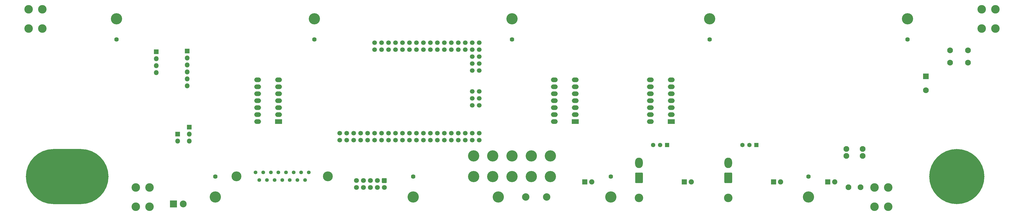
<source format=gbr>
%TF.GenerationSoftware,KiCad,Pcbnew,(5.1.6)-1*%
%TF.CreationDate,2021-09-29T15:37:12-07:00*%
%TF.ProjectId,NiCd Battery Shield - VP400KH,4e694364-2042-4617-9474-657279205368,1*%
%TF.SameCoordinates,Original*%
%TF.FileFunction,Soldermask,Bot*%
%TF.FilePolarity,Negative*%
%FSLAX46Y46*%
G04 Gerber Fmt 4.6, Leading zero omitted, Abs format (unit mm)*
G04 Created by KiCad (PCBNEW (5.1.6)-1) date 2021-09-29 15:37:12*
%MOMM*%
%LPD*%
G01*
G04 APERTURE LIST*
%ADD10C,2.100000*%
%ADD11C,20.100000*%
%ADD12C,0.600000*%
%ADD13O,30.100000X20.100000*%
%ADD14C,1.350000*%
%ADD15C,3.600000*%
%ADD16R,2.100000X2.100000*%
%ADD17C,1.624000*%
%ADD18C,4.100000*%
%ADD19C,2.700000*%
%ADD20C,1.900000*%
%ADD21R,1.900000X1.900000*%
%ADD22C,3.100000*%
%ADD23O,2.800000X3.800000*%
%ADD24O,2.500000X1.700000*%
%ADD25R,2.500000X1.700000*%
%ADD26C,1.700000*%
%ADD27R,1.600000X1.600000*%
%ADD28C,1.600000*%
%ADD29O,1.800000X1.800000*%
%ADD30R,1.800000X1.800000*%
%ADD31C,1.800000*%
%ADD32R,2.500000X2.500000*%
%ADD33C,2.500000*%
G04 APERTURE END LIST*
D10*
%TO.C,SW1*%
X341800000Y-175000000D03*
X347700000Y-175000000D03*
X341800000Y-177500000D03*
X347700000Y-177500000D03*
X346950000Y-188900000D03*
X342550000Y-188900000D03*
%TD*%
D11*
%TO.C,J1*%
X382000000Y-185000000D03*
D12*
X382000000Y-178650000D03*
X379828172Y-179032952D03*
X377918299Y-180135618D03*
X376500739Y-181825000D03*
X375746471Y-183897334D03*
X375746471Y-186102666D03*
X376500739Y-188175000D03*
X377918299Y-189864382D03*
X379828172Y-190967048D03*
X382000000Y-191350000D03*
X384171828Y-190967048D03*
X386081701Y-189864382D03*
X387499261Y-188175000D03*
X388253529Y-186102666D03*
X388253529Y-183897334D03*
X387499261Y-181825000D03*
X386081701Y-180135618D03*
X384171828Y-179032952D03*
X382000000Y-177380000D03*
X379393807Y-177839542D03*
X377101958Y-179162741D03*
X375400886Y-181190000D03*
X374495765Y-183676801D03*
X374495765Y-186323199D03*
X375400886Y-188810000D03*
X377101958Y-190837259D03*
X379393807Y-192160458D03*
X382000000Y-192620000D03*
X384606193Y-192160458D03*
X386898042Y-190837259D03*
X388599114Y-188810000D03*
X389504235Y-186323199D03*
X389504235Y-183676801D03*
X388599114Y-181190000D03*
X386898042Y-179162741D03*
X384606193Y-177839542D03*
X382000000Y-176110000D03*
X378959441Y-176646133D03*
X376285618Y-178189865D03*
X374301034Y-180555000D03*
X373245059Y-183456268D03*
X373245059Y-186543732D03*
X374301034Y-189445000D03*
X376285618Y-191810135D03*
X378959441Y-193353867D03*
X382000000Y-193890000D03*
X385040559Y-193353867D03*
X387714382Y-191810135D03*
X389698966Y-189445000D03*
X390754941Y-186543732D03*
X390754941Y-183456268D03*
X389698966Y-180555000D03*
X387714382Y-178189865D03*
X385040559Y-176646133D03*
%TD*%
%TO.C,J12*%
X58000000Y-193650000D03*
X58000000Y-191110000D03*
X60500000Y-192380000D03*
X60500000Y-191110000D03*
X60500000Y-193650000D03*
X58000000Y-192380000D03*
X55500000Y-193650000D03*
X55500000Y-191110000D03*
X55500000Y-192380000D03*
X58000000Y-178400000D03*
X58000000Y-177130000D03*
X58000000Y-175860000D03*
X60500000Y-178400000D03*
X60500000Y-175860000D03*
X60500000Y-177130000D03*
X55500000Y-178400000D03*
X55500000Y-177130000D03*
X55500000Y-175860000D03*
X68714382Y-191560135D03*
X63000000Y-191100000D03*
X63000000Y-178400000D03*
X65606193Y-177589542D03*
X63000000Y-192370000D03*
X69599114Y-188560000D03*
X66040559Y-176396133D03*
X68714382Y-177939865D03*
X70698966Y-180305000D03*
X63000000Y-177130000D03*
X63000000Y-193640000D03*
X70504235Y-183426801D03*
X68499261Y-187925000D03*
X65171828Y-178782952D03*
X71754941Y-183206268D03*
X70698966Y-189195000D03*
X66040559Y-193103867D03*
X63000000Y-175860000D03*
X67898042Y-178912741D03*
X69599114Y-180940000D03*
X70504235Y-186073199D03*
X67081701Y-189614382D03*
X68499261Y-181575000D03*
X67081701Y-179885618D03*
X65606193Y-191910458D03*
X65171828Y-190717048D03*
X67898042Y-190587259D03*
X69253529Y-183647334D03*
X71754941Y-186293732D03*
X69253529Y-185852666D03*
X47285618Y-191560135D03*
X44245059Y-186293732D03*
X46400886Y-188560000D03*
X53000000Y-191100000D03*
X46746471Y-183647334D03*
X53000000Y-178400000D03*
X46400886Y-180940000D03*
X48918299Y-189614382D03*
X53000000Y-192370000D03*
X53000000Y-177130000D03*
X53000000Y-193640000D03*
X50828172Y-178782952D03*
X50393807Y-177589542D03*
X50828172Y-190717048D03*
X49959441Y-193103867D03*
X45301034Y-189195000D03*
X45301034Y-180305000D03*
X45495765Y-183426801D03*
X47500739Y-181575000D03*
X47285618Y-177939865D03*
X47500739Y-187925000D03*
X49959441Y-176396133D03*
X53000000Y-175860000D03*
X48101958Y-178912741D03*
X50393807Y-191910458D03*
X48101958Y-190587259D03*
X46746471Y-185852666D03*
X48918299Y-179885618D03*
X44245059Y-183206268D03*
X45495765Y-186073199D03*
D13*
X58000000Y-185000000D03*
%TD*%
D14*
%TO.C,J6*%
X144635000Y-186340000D03*
X141865000Y-186340000D03*
X139095000Y-186340000D03*
X136325000Y-186340000D03*
X133555000Y-186340000D03*
X130785000Y-186340000D03*
X128015000Y-186340000D03*
X146020000Y-183500000D03*
X143250000Y-183500000D03*
X140480000Y-183500000D03*
X137710000Y-183500000D03*
X134940000Y-183500000D03*
X132170000Y-183500000D03*
X129400000Y-183500000D03*
X126630000Y-183500000D03*
D15*
X152975000Y-184920000D03*
X119675000Y-184920000D03*
%TD*%
D10*
%TO.C,C4*%
X370750000Y-153500000D03*
D16*
X370750000Y-148500000D03*
%TD*%
D17*
%TO.C,J7*%
X220000000Y-135000000D03*
%TD*%
D18*
%TO.C,TP19*%
X76000000Y-127500000D03*
%TD*%
%TO.C,TP17*%
X112000000Y-192500000D03*
%TD*%
%TO.C,TP14*%
X148000000Y-127500000D03*
%TD*%
%TO.C,TP12*%
X184000000Y-192500000D03*
%TD*%
%TO.C,TP10*%
X220000000Y-127500000D03*
%TD*%
%TO.C,TP8*%
X256000000Y-192500000D03*
%TD*%
%TO.C,TP6*%
X292000000Y-127500000D03*
%TD*%
%TO.C,TP4*%
X328000000Y-192500000D03*
%TD*%
%TO.C,TP2*%
X364000000Y-127500000D03*
%TD*%
D19*
%TO.C,TP15*%
X232620000Y-192500000D03*
X225000000Y-192500000D03*
%TD*%
D17*
%TO.C,J11*%
X76000000Y-135000000D03*
%TD*%
%TO.C,J10*%
X112000000Y-185000000D03*
%TD*%
%TO.C,J9*%
X148000000Y-135000000D03*
%TD*%
%TO.C,J8*%
X184000000Y-185000000D03*
%TD*%
%TO.C,J5*%
X256000000Y-185000000D03*
%TD*%
%TO.C,J4*%
X292000000Y-135000000D03*
%TD*%
%TO.C,J3*%
X328000000Y-185000000D03*
%TD*%
%TO.C,J2*%
X364000000Y-135000000D03*
%TD*%
D20*
%TO.C,D5*%
X337540000Y-187000000D03*
D21*
X335000000Y-187000000D03*
%TD*%
D20*
%TO.C,D3*%
X249040000Y-187000000D03*
D21*
X246500000Y-187000000D03*
%TD*%
D20*
%TO.C,D4*%
X317790000Y-187000000D03*
D21*
X315250000Y-187000000D03*
%TD*%
D22*
%TO.C,J13*%
X298750000Y-192800000D03*
D23*
X298750000Y-180000000D03*
G36*
G01*
X300150000Y-183859260D02*
X300150000Y-187140740D01*
G75*
G02*
X299890740Y-187400000I-259260J0D01*
G01*
X297609260Y-187400000D01*
G75*
G02*
X297350000Y-187140740I0J259260D01*
G01*
X297350000Y-183859260D01*
G75*
G02*
X297609260Y-183600000I259260J0D01*
G01*
X299890740Y-183600000D01*
G75*
G02*
X300150000Y-183859260I0J-259260D01*
G01*
G37*
%TD*%
D24*
%TO.C,U1*%
X270380000Y-165000000D03*
X278000000Y-149760000D03*
X270380000Y-162460000D03*
X278000000Y-152300000D03*
X270380000Y-159920000D03*
X278000000Y-154840000D03*
X270380000Y-157380000D03*
X278000000Y-157380000D03*
X270380000Y-154840000D03*
X278000000Y-159920000D03*
X270380000Y-152300000D03*
X278000000Y-162460000D03*
X270380000Y-149760000D03*
D25*
X278000000Y-165000000D03*
%TD*%
D24*
%TO.C,U2*%
X235380000Y-165000000D03*
X243000000Y-149760000D03*
X235380000Y-162460000D03*
X243000000Y-152300000D03*
X235380000Y-159920000D03*
X243000000Y-154840000D03*
X235380000Y-157380000D03*
X243000000Y-157380000D03*
X235380000Y-154840000D03*
X243000000Y-159920000D03*
X235380000Y-152300000D03*
X243000000Y-162460000D03*
X235380000Y-149760000D03*
D25*
X243000000Y-165000000D03*
%TD*%
D24*
%TO.C,U3*%
X127380000Y-165000000D03*
X135000000Y-149760000D03*
X127380000Y-162460000D03*
X135000000Y-152300000D03*
X127380000Y-159920000D03*
X135000000Y-154840000D03*
X127380000Y-157380000D03*
X135000000Y-157380000D03*
X127380000Y-154840000D03*
X135000000Y-159920000D03*
X127380000Y-152300000D03*
X135000000Y-162460000D03*
X127380000Y-149760000D03*
D25*
X135000000Y-165000000D03*
%TD*%
D26*
%TO.C,U4*%
X208100000Y-138760000D03*
X208100000Y-136220000D03*
X205560000Y-138760000D03*
X205560000Y-136220000D03*
X203020000Y-138760000D03*
X203020000Y-136220000D03*
X200480000Y-138760000D03*
X200480000Y-136220000D03*
X197940000Y-138760000D03*
X197940000Y-136220000D03*
X195400000Y-138760000D03*
X195400000Y-136220000D03*
X192860000Y-138760000D03*
X192860000Y-136220000D03*
X190320000Y-138760000D03*
X190320000Y-136220000D03*
X187780000Y-138760000D03*
X187780000Y-136220000D03*
X185240000Y-138760000D03*
X185240000Y-136220000D03*
X182700000Y-138760000D03*
X182700000Y-136220000D03*
X180160000Y-138760000D03*
X180160000Y-136220000D03*
X177620000Y-138760000D03*
X177620000Y-136220000D03*
X175080000Y-138760000D03*
X175080000Y-136220000D03*
X172540000Y-138760000D03*
X172540000Y-136220000D03*
X170000000Y-138760000D03*
X208100000Y-171780000D03*
X208100000Y-169240000D03*
X205560000Y-171780000D03*
X205560000Y-169240000D03*
X203020000Y-171780000D03*
X203020000Y-169240000D03*
X200480000Y-171780000D03*
X200480000Y-169240000D03*
X197940000Y-171780000D03*
X197940000Y-169240000D03*
X195400000Y-171780000D03*
X195400000Y-169240000D03*
X192860000Y-171780000D03*
X192860000Y-169240000D03*
X190320000Y-171780000D03*
X190320000Y-169240000D03*
X187780000Y-171780000D03*
X187780000Y-169240000D03*
X185240000Y-171780000D03*
X185240000Y-169240000D03*
X182700000Y-171780000D03*
X182700000Y-169240000D03*
X180160000Y-171780000D03*
X180160000Y-169240000D03*
X177620000Y-171780000D03*
X177620000Y-169240000D03*
X175080000Y-171780000D03*
X175080000Y-169240000D03*
X172540000Y-171780000D03*
X172540000Y-169240000D03*
X170000000Y-171780000D03*
X170000000Y-169240000D03*
X167460000Y-171780000D03*
X167460000Y-169240000D03*
X164920000Y-171780000D03*
X164920000Y-169240000D03*
X162380000Y-171780000D03*
X162380000Y-169240000D03*
X159840000Y-171780000D03*
X159840000Y-169240000D03*
X157300000Y-171780000D03*
X208040000Y-159080000D03*
X208040000Y-156540000D03*
X208040000Y-154000000D03*
X205500000Y-159080000D03*
X205500000Y-156540000D03*
X205500000Y-154000000D03*
X208100000Y-146380000D03*
X208100000Y-143840000D03*
X208100000Y-141300000D03*
X205560000Y-146380000D03*
X205560000Y-143840000D03*
X205560000Y-141300000D03*
X170000000Y-136220000D03*
X157300000Y-169240000D03*
%TD*%
D27*
%TO.C,Q2*%
X309000000Y-173500000D03*
D28*
X303920000Y-173500000D03*
X306460000Y-173500000D03*
%TD*%
D18*
%TO.C,TP1*%
X206000000Y-185000000D03*
%TD*%
%TO.C,TP3*%
X206000000Y-177500000D03*
%TD*%
%TO.C,TP5*%
X213000000Y-185000000D03*
%TD*%
%TO.C,TP7*%
X213000000Y-177500000D03*
%TD*%
%TO.C,TP9*%
X220000000Y-185000000D03*
%TD*%
%TO.C,TP11*%
X220000000Y-177500000D03*
%TD*%
%TO.C,TP13*%
X227000000Y-185000000D03*
%TD*%
%TO.C,TP16*%
X227000000Y-177500000D03*
%TD*%
%TO.C,TP18*%
X234000000Y-185000000D03*
%TD*%
%TO.C,TP20*%
X234000000Y-177500000D03*
%TD*%
%TO.C,TP21*%
X215000000Y-192500000D03*
%TD*%
D22*
%TO.C,H1*%
X49000000Y-131000000D03*
X44000000Y-131000000D03*
X49000000Y-124000000D03*
X44000000Y-124000000D03*
%TD*%
%TO.C,H2*%
X88000000Y-196000000D03*
X83000000Y-196000000D03*
X88000000Y-189000000D03*
X83000000Y-189000000D03*
%TD*%
%TO.C,H3*%
X396000000Y-131000000D03*
X391000000Y-131000000D03*
X396000000Y-124000000D03*
X391000000Y-124000000D03*
%TD*%
%TO.C,H4*%
X357000000Y-196000000D03*
X352000000Y-196000000D03*
X357000000Y-189000000D03*
X352000000Y-189000000D03*
%TD*%
D10*
%TO.C,SW2*%
X386000000Y-139000000D03*
X386000000Y-143500000D03*
X379500000Y-139000000D03*
X379500000Y-143500000D03*
%TD*%
D21*
%TO.C,D17*%
X282750000Y-187000000D03*
D20*
X285290000Y-187000000D03*
%TD*%
D29*
%TO.C,J14*%
X90500000Y-147120000D03*
X90500000Y-144580000D03*
X90500000Y-142040000D03*
D30*
X90500000Y-139500000D03*
%TD*%
%TO.C,J15*%
X101750000Y-139250000D03*
D29*
X101750000Y-141790000D03*
X101750000Y-144330000D03*
X101750000Y-146870000D03*
X101750000Y-149410000D03*
X101750000Y-151950000D03*
%TD*%
%TO.C,J16*%
G36*
G01*
X267650000Y-183859260D02*
X267650000Y-187140740D01*
G75*
G02*
X267390740Y-187400000I-259260J0D01*
G01*
X265109260Y-187400000D01*
G75*
G02*
X264850000Y-187140740I0J259260D01*
G01*
X264850000Y-183859260D01*
G75*
G02*
X265109260Y-183600000I259260J0D01*
G01*
X267390740Y-183600000D01*
G75*
G02*
X267650000Y-183859260I0J-259260D01*
G01*
G37*
D23*
X266250000Y-180000000D03*
D22*
X266250000Y-192800000D03*
%TD*%
D28*
%TO.C,Q4*%
X273960000Y-173500000D03*
X271420000Y-173500000D03*
D27*
X276500000Y-173500000D03*
%TD*%
%TO.C,J17*%
G36*
G01*
X172864706Y-185600000D02*
X174135294Y-185600000D01*
G75*
G02*
X174400000Y-185864706I0J-264706D01*
G01*
X174400000Y-187135294D01*
G75*
G02*
X174135294Y-187400000I-264706J0D01*
G01*
X172864706Y-187400000D01*
G75*
G02*
X172600000Y-187135294I0J264706D01*
G01*
X172600000Y-185864706D01*
G75*
G02*
X172864706Y-185600000I264706J0D01*
G01*
G37*
D31*
X170960000Y-186500000D03*
X168420000Y-186500000D03*
X165880000Y-186500000D03*
X163340000Y-186500000D03*
X173500000Y-189040000D03*
X170960000Y-189040000D03*
X168420000Y-189040000D03*
X165880000Y-189040000D03*
X163340000Y-189040000D03*
%TD*%
D30*
%TO.C,J18*%
X102500000Y-167000000D03*
D29*
X102500000Y-169540000D03*
X102500000Y-172080000D03*
%TD*%
D32*
%TO.C,J19*%
X96750000Y-195000000D03*
D33*
X100250000Y-195000000D03*
%TD*%
D30*
%TO.C,J20*%
X98250000Y-169500000D03*
D29*
X98250000Y-172040000D03*
%TD*%
M02*

</source>
